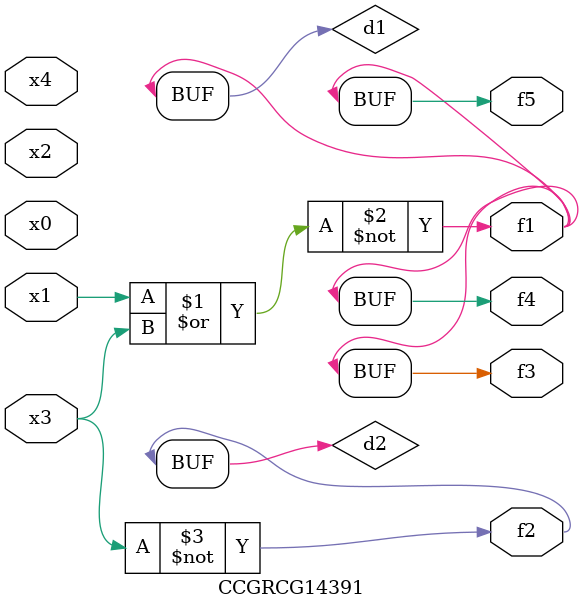
<source format=v>
module CCGRCG14391(
	input x0, x1, x2, x3, x4,
	output f1, f2, f3, f4, f5
);

	wire d1, d2;

	nor (d1, x1, x3);
	not (d2, x3);
	assign f1 = d1;
	assign f2 = d2;
	assign f3 = d1;
	assign f4 = d1;
	assign f5 = d1;
endmodule

</source>
